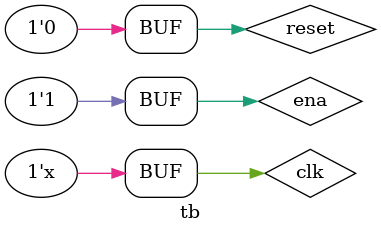
<source format=v>
module tb;

    reg clk;
    reg reset;
    reg ena;
    wire pm;
    wire [7:0] hh;
    wire [7:0] mm;
    wire [7:0] ss;
    wire [6:0] seg_hh1, seg_hh0;
    wire [6:0] seg_mm1, seg_mm0;
    wire [6:0] seg_ss1, seg_ss0;

    // Instantiate the top module
    clockk uut (
        .clk(clk),
        .reset(reset),
        .ena(ena),
        .pm(pm),
        .hh(hh),
        .mm(mm),
        .ss(ss),
        .seg_hh1(seg_hh1),
        .seg_hh0(seg_hh0),
        .seg_mm1(seg_mm1),
        .seg_mm0(seg_mm0),
        .seg_ss1(seg_ss1),
        .seg_ss0(seg_ss0)
    );

    // Clock generation
    initial clk = 0;
  always #5 clk = ~clk;

    // Test sequence
    initial begin
        // Initialize inputs
        reset = 1;
        ena = 0;

        // Apply reset for a short duration
        #10 reset = 0;

        // Enable counting
        ena = 1;

        // Run simulation for a short period
        
        // Stop the simulation
       
    end

    // Optional: Monitor the output values (for debugging)
    initial begin
        $monitor("Time: %0t | hh: %h | mm: %h | ss: %h | PM: %b | seg_hh1: %b | seg_hh0: %b | seg_mm1: %b | seg_mm0: %b | seg_ss1: %b | seg_ss0: %b", 
                 $time, hh, mm, ss, pm, seg_hh1, seg_hh0, seg_mm1, seg_mm0, seg_ss1, seg_ss0);
    end

endmodule

</source>
